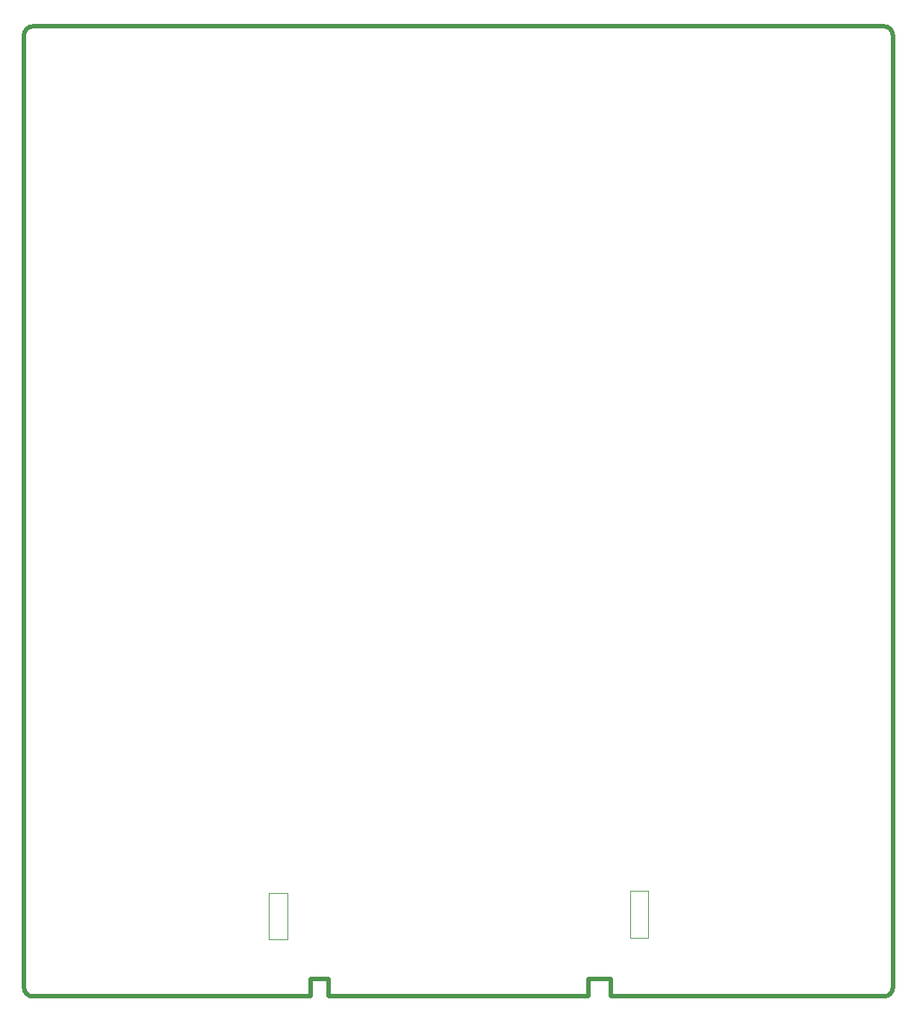
<source format=gko>
G75*
G70*
%OFA0B0*%
%FSLAX25Y25*%
%IPPOS*%
%LPD*%
%AMOC8*
5,1,8,0,0,1.08239X$1,22.5*
%
%ADD46C,0.01969*%
%ADD59C,0.00394*%
X0000000Y0000000D02*
%LPD*%
G01*
D46*
X0000000Y0429134D02*
G75*
G02*
X0003937Y0433071I0003937J0000000D01*
G01*
X0383858Y0433071D02*
G75*
G02*
X0387795Y0429134I0000000J-003937D01*
G01*
X0003937Y0000000D02*
G75*
G02*
X0000000Y0003937I0000000J0003937D01*
G01*
X0000000Y0429134D02*
X0000000Y0003937D01*
X0387795Y0003937D02*
G75*
G02*
X0383858Y0000000I-003937J0000000D01*
G01*
X0135827Y0000000D02*
X0251969Y0000000D01*
X0135827Y0000000D02*
X0135827Y0007874D01*
X0135827Y0007874D02*
X0127953Y0007874D01*
X0251969Y0007874D02*
X0261811Y0007874D01*
X0387795Y0003937D02*
X0387795Y0429134D01*
X0003937Y0000000D02*
X0125984Y0000000D01*
X0251969Y0000000D02*
X0251969Y0007874D01*
X0127953Y0007874D02*
X0127953Y0000000D01*
X0383858Y0000000D02*
X0261811Y0000000D01*
X0383858Y0433071D02*
X0003937Y0433071D01*
X0261811Y0007874D02*
X0261811Y0000000D01*
X0127953Y0000000D02*
X0125984Y0000000D01*
D59*
X0117622Y0025539D02*
X0109122Y0025539D01*
X0109122Y0033539D01*
X0109122Y0046039D01*
X0117622Y0046039D01*
X0117622Y0025539D01*
X0278622Y0036539D02*
X0278622Y0026039D01*
X0270673Y0026039D01*
X0270622Y0047039D01*
X0275622Y0047039D01*
X0278622Y0047039D01*
X0278622Y0036539D01*
X0125197Y0340157D02*
G01*
G75*
X0022146Y0024508D02*
G01*
G75*
X0339665Y0019783D02*
G01*
G75*
M02*

</source>
